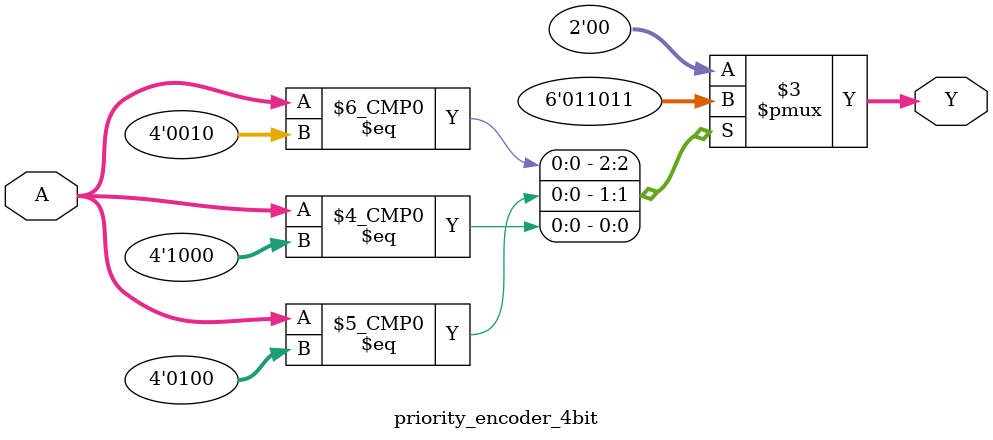
<source format=v>

module top_module (
    input  [15:0] A,
    input  [15:0] B,
    input         clk,
    input         reset,
    output reg [15:0] Y
);

    // Instantiate the comparator module
    comparator_4bit comparator (
        .A(A[15:12]),
        .B(B[15:12]),
        .GT(select)
    );

    // Instantiate the barrel shifter module
    barrel_shifter_16bit shifter (
        .A(select ? B : A),
        .shift_amount(select ? B[11:8] : A[11:8]),
        .Y(shifted_data)
    );

    // Instantiate the priority encoder module
    priority_encoder_4bit encoder (
        .A(select ? B[3:0] : A[3:0]),
        .Y(shift_amount)
    );

    // Output the shifted data
    always @ (posedge clk) begin
        if (reset) begin
            Y <= 16'b0;
        end else begin
            Y <= shifted_data;
        end
    end

    // Internal signals
    wire [15:0] shifted_data;
    wire [1:0] shift_amount;
    wire select;

endmodule
module comparator_4bit (
    input  [3:0] A,
    input  [3:0] B,
    output reg GT
);

    always @ (*) begin
        if (A > B) begin
            GT = 1;
        end else begin
            GT = 0;
        end
    end

endmodule
module barrel_shifter_16bit (
    input  [15:0] A,
    input  [3:0] shift_amount,
    output reg [15:0] Y
);

    always @ (*) begin
        case (shift_amount)
            4'b0000: Y = A;
            4'b0001: Y = {A[14], A[15:1]};
            4'b0010: Y = {A[13], A[15:2]};
            4'b0011: Y = {A[12], A[15:3]};
            4'b0100: Y = {A[11], A[15:4]};
            4'b0101: Y = {A[10], A[15:5]};
            4'b0110: Y = {A[9], A[15:6]};
            4'b0111: Y = {A[8], A[15:7]};
            4'b1000: Y = {A[7], A[15:8]};
            4'b1001: Y = {A[6], A[15:9]};
            4'b1010: Y = {A[5], A[15:10]};
            4'b1011: Y = {A[4], A[15:11]};
            4'b1100: Y = {A[3], A[15:12]};
            4'b1101: Y = {A[2], A[15:13]};
            4'b1110: Y = {A[1], A[15:14]};
            4'b1111: Y = {A[0], A[15:15]};
            default: Y = A;
        endcase
    end

endmodule
module priority_encoder_4bit (
    input  [3:0] A,
    output reg [1:0] Y
);

    always @ (*) begin
        casex (A)
            4'b0001: Y = 2'b00;
            4'b0010: Y = 2'b01;
            4'b0100: Y = 2'b10;
            4'b1000: Y = 2'b11;
            default: Y = 2'b00;
        endcase
    end

endmodule
</source>
